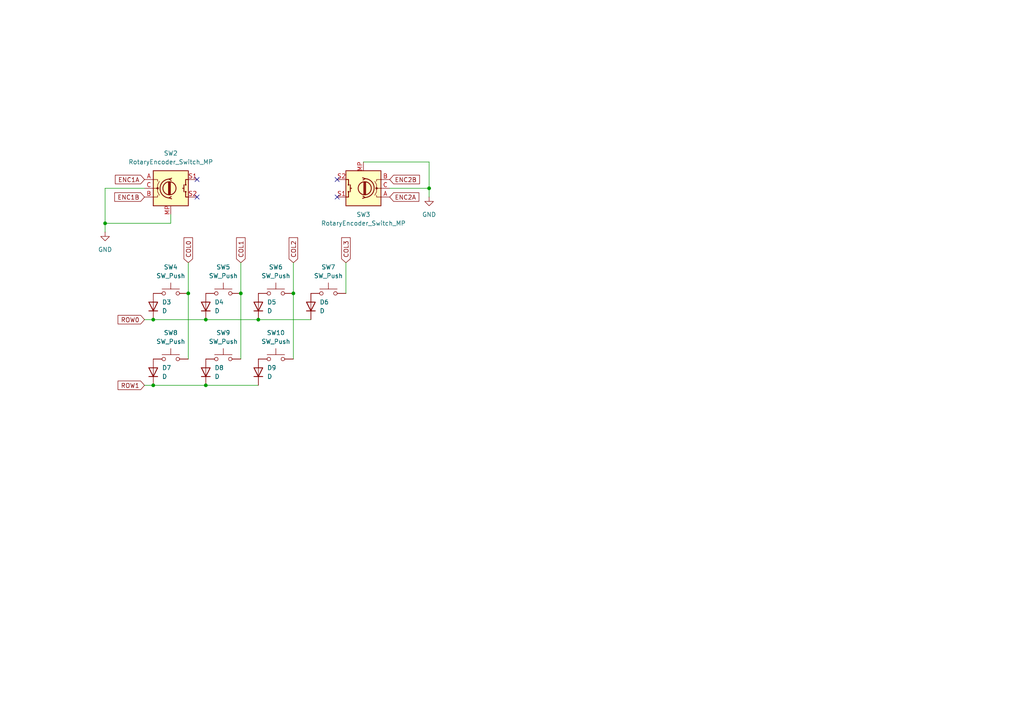
<source format=kicad_sch>
(kicad_sch (version 20231120) (generator "eeschema") (generator_version "8.0")
  (paper "A4")
  (lib_symbols
    (symbol "Device:D" (pin_numbers hide) (pin_names (offset 1.016) hide)
      (property "Reference" "D" (at 0 2.54 0))
      (property "Value" "D" (at 0 -2.54 0))
      (symbol "D_0_1"
        (polyline (pts (xy -1.27 1.27) (xy -1.27 -1.27)) (stroke (width 0.254)))
        (polyline (pts (xy 1.27 0) (xy -1.27 0)))
        (polyline (pts (xy 1.27 1.27) (xy 1.27 -1.27) (xy -1.27 0) (xy 1.27 1.27)) (stroke (width 0.254)))
      )
      (symbol "D_1_1"
        (pin passive line (at -3.81 0 0) (length 2.54) (name "K") (number "1"))
        (pin passive line (at 3.81 0 180) (length 2.54) (name "A") (number "2"))
      )
    )
    (symbol "Device:RotaryEncoder_Switch_MP" (pin_names (offset 0.254) hide)
      (property "Reference" "SW" (at 0 8.89 0))
      (property "Value" "RotaryEncoder_Switch_MP" (at 0 6.35 0))
      (symbol "RotaryEncoder_Switch_MP_0_1"
        (rectangle (start -5.08 5.08) (end 5.08 -5.08) (stroke (width 0.254)) (fill (type background)))
        (circle (center -3.81 0) (radius 0.254) (fill (type outline)))
        (circle (center -0.381 0) (radius 1.905) (stroke (width 0.254)))
        (arc (start -0.381 2.667) (mid -3.0988 -0.0635) (end -0.381 -2.794) (stroke (width 0.254)))
        (polyline (pts (xy -0.635 -1.778) (xy -0.635 1.778)) (stroke (width 0.254)))
        (polyline (pts (xy -0.381 -1.778) (xy -0.381 1.778)) (stroke (width 0.254)))
        (polyline (pts (xy -0.127 1.778) (xy -0.127 -1.778)) (stroke (width 0.254)))
        (polyline (pts (xy 3.81 0) (xy 3.429 0)) (stroke (width 0.254)))
        (polyline (pts (xy 3.81 1.016) (xy 3.81 -1.016)) (stroke (width 0.254)))
        (polyline (pts (xy -5.08 -2.54) (xy -3.81 -2.54) (xy -3.81 -2.032)))
        (polyline (pts (xy -5.08 2.54) (xy -3.81 2.54) (xy -3.81 2.032)))
        (polyline (pts (xy 0.254 -3.048) (xy -0.508 -2.794) (xy 0.127 -2.413)) (stroke (width 0.254)))
        (polyline (pts (xy 0.254 2.921) (xy -0.508 2.667) (xy 0.127 2.286)) (stroke (width 0.254)))
        (polyline (pts (xy 5.08 -2.54) (xy 4.318 -2.54) (xy 4.318 -1.016)) (stroke (width 0.254)))
        (polyline (pts (xy 5.08 2.54) (xy 4.318 2.54) (xy 4.318 1.016)) (stroke (width 0.254)))
        (polyline (pts (xy -5.08 0) (xy -3.81 0) (xy -3.81 -1.016) (xy -3.302 -2.032)))
        (polyline (pts (xy -4.318 0) (xy -3.81 0) (xy -3.81 1.016) (xy -3.302 2.032)))
        (circle (center 4.318 -1.016) (radius 0.127) (stroke (width 0.254)))
        (circle (center 4.318 1.016) (radius 0.127) (stroke (width 0.254)))
      )
      (symbol "RotaryEncoder_Switch_MP_1_1"
        (pin passive line (at -7.62 2.54 0) (length 2.54) (name "A") (number "A"))
        (pin passive line (at -7.62 -2.54 0) (length 2.54) (name "B") (number "B"))
        (pin passive line (at -7.62 0 0) (length 2.54) (name "C") (number "C"))
        (pin passive line (at 0 -7.62 90) (length 2.54) (name "MP") (number "MP"))
        (pin passive line (at 7.62 2.54 180) (length 2.54) (name "S1") (number "S1"))
        (pin passive line (at 7.62 -2.54 180) (length 2.54) (name "S2") (number "S2"))
      )
    )
    (symbol "Switch:SW_Push" (pin_numbers hide) (pin_names (offset 1.016) hide)
      (property "Reference" "SW" (at 1.27 2.54 0))
      (property "Value" "SW_Push" (at 0 -1.524 0))
      (symbol "SW_Push_0_1"
        (circle (center -2.032 0) (radius 0.508))
        (polyline (pts (xy 0 1.27) (xy 0 3.048)))
        (polyline (pts (xy 2.54 1.27) (xy -2.54 1.27)))
        (circle (center 2.032 0) (radius 0.508))
        (pin passive line (at -5.08 0 0) (length 2.54) (name "1") (number "1"))
        (pin passive line (at 5.08 0 180) (length 2.54) (name "2") (number "2"))
      )
    )
    (symbol "power:GND" (power) (pin_numbers hide) (pin_names (offset 0) hide)
      (property "Value" "GND" (at 0 -3.81 0))
      (symbol "GND_0_1"
        (polyline (pts (xy 0 0) (xy 0 -1.27) (xy 1.27 -1.27) (xy 0 -2.54) (xy -1.27 -1.27) (xy 0 -1.27)))
      )
      (symbol "GND_1_1"
        (pin power_in line (at 0 0 270) (length 0) (name "~") (number "1"))
      )
    )
  )
  (junction (at 85.09 85.09))
  (junction (at 69.85 85.09))
  (junction (at 59.69 111.76))
  (junction (at 44.45 111.76))
  (junction (at 74.93 92.71))
  (junction (at 44.45 92.71))
  (junction (at 54.61 85.09))
  (junction (at 30.48 64.77))
  (junction (at 124.46 54.61))
  (junction (at 59.69 92.71))
  (no_connect (at 97.79 57.15))
  (no_connect (at 97.79 52.07))
  (no_connect (at 57.15 57.15))
  (no_connect (at 57.15 52.07))
  (wire (pts (xy 105.41 46.99) (xy 124.46 46.99)))
  (wire (pts (xy 74.93 92.71) (xy 90.17 92.71)))
  (wire (pts (xy 100.33 76.2) (xy 100.33 85.09)))
  (wire (pts (xy 85.09 85.09) (xy 85.09 104.14)))
  (wire (pts (xy 44.45 111.76) (xy 59.69 111.76)))
  (wire (pts (xy 113.03 54.61) (xy 124.46 54.61)))
  (wire (pts (xy 41.91 92.71) (xy 44.45 92.71)))
  (wire (pts (xy 59.69 111.76) (xy 74.93 111.76)))
  (wire (pts (xy 69.85 76.2) (xy 69.85 85.09)))
  (wire (pts (xy 41.91 111.76) (xy 44.45 111.76)))
  (wire (pts (xy 59.69 92.71) (xy 74.93 92.71)))
  (wire (pts (xy 54.61 76.2) (xy 54.61 85.09)))
  (wire (pts (xy 124.46 46.99) (xy 124.46 54.61)))
  (wire (pts (xy 44.45 92.71) (xy 59.69 92.71)))
  (wire (pts (xy 30.48 54.61) (xy 41.91 54.61)))
  (wire (pts (xy 54.61 85.09) (xy 54.61 104.14)))
  (wire (pts (xy 85.09 76.2) (xy 85.09 85.09)))
  (wire (pts (xy 30.48 64.77) (xy 30.48 54.61)))
  (wire (pts (xy 124.46 54.61) (xy 124.46 57.15)))
  (wire (pts (xy 49.53 62.23) (xy 49.53 64.77)))
  (wire (pts (xy 30.48 64.77) (xy 49.53 64.77)))
  (wire (pts (xy 30.48 64.77) (xy 30.48 67.31)))
  (wire (pts (xy 69.85 85.09) (xy 69.85 104.14)))
  (global_label "ROW1" (shape input) (at 41.91 111.76 180) (property "Intersheetrefs" "${INTERSHEET_REFS}" (effects (hide yes))))
  (global_label "ROW0" (shape input) (at 41.91 92.71 180) (property "Intersheetrefs" "${INTERSHEET_REFS}" (effects (hide yes))))
  (global_label "ENC1A" (shape input) (at 41.91 52.07 180) (property "Intersheetrefs" "${INTERSHEET_REFS}" (effects (hide yes))))
  (global_label "COL0" (shape input) (at 54.61 76.2 90) (property "Intersheetrefs" "${INTERSHEET_REFS}" (effects (hide yes))))
  (global_label "ENC2A" (shape input) (at 113.03 57.15 0) (property "Intersheetrefs" "${INTERSHEET_REFS}" (effects (hide yes))))
  (global_label "ENC1B" (shape input) (at 41.91 57.15 180) (property "Intersheetrefs" "${INTERSHEET_REFS}" (effects (hide yes))))
  (global_label "COL1" (shape input) (at 69.85 76.2 90) (property "Intersheetrefs" "${INTERSHEET_REFS}" (effects (hide yes))))
  (global_label "COL2" (shape input) (at 85.09 76.2 90) (property "Intersheetrefs" "${INTERSHEET_REFS}" (effects (hide yes))))
  (global_label "COL3" (shape input) (at 100.33 76.2 90) (property "Intersheetrefs" "${INTERSHEET_REFS}" (effects (hide yes))))
  (global_label "ENC2B" (shape input) (at 113.03 52.07 0) (property "Intersheetrefs" "${INTERSHEET_REFS}" (effects (hide yes))))
  (symbol (lib_id "power:GND") (at 124.46 57.15 0) (unit 1)
    (property "Reference" "#PWR035" (effects (hide yes)))
    (property "Value" "GND" (at 124.46 62.23 0))
    (property "Description" "Power symbol creates a global label with name \"GND\" , ground" (effects (hide yes)))
  )
  (symbol (lib_id "Switch:SW_Push") (at 49.53 85.09 0) (unit 1)
    (property "Reference" "SW4" (at 49.53 77.47 0))
    (property "Value" "SW_Push" (at 49.53 80.01 0))
    (property "Footprint" "PCM_Switch_Keyboard_Hotswap_Kailh:SW_Hotswap_Kailh_MX_1.50u" (effects (hide yes)))
    (property "Description" "Push button switch, generic, two pins" (effects (hide yes)))
  )
  (symbol (lib_id "Switch:SW_Push") (at 64.77 85.09 0) (unit 1)
    (property "Reference" "SW5" (at 64.77 77.47 0))
    (property "Value" "SW_Push" (at 64.77 80.01 0))
    (property "Footprint" "PCM_Switch_Keyboard_Hotswap_Kailh:SW_Hotswap_Kailh_MX_1.50u" (effects (hide yes)))
    (property "Description" "Push button switch, generic, two pins" (effects (hide yes)))
  )
  (symbol (lib_id "Device:D") (at 44.45 107.95 90) (unit 1)
    (property "Reference" "D7" (at 46.99 106.6799 90) (effects (justify right)))
    (property "Value" "D" (at 46.99 109.2199 90) (effects (justify right)))
    (property "Footprint" "Diode_SMD:D_0805_2012Metric" (effects (hide yes)))
    (property "Description" "Diode" (effects (hide yes)))
    (property "Sim.Device" "D" (effects (hide yes)))
    (property "Sim.Pins" "1=K 2=A" (effects (hide yes)))
  )
  (symbol (lib_id "Device:D") (at 59.69 88.9 90) (unit 1)
    (property "Reference" "D4" (at 62.23 87.6299 90) (effects (justify right)))
    (property "Value" "D" (at 62.23 90.1699 90) (effects (justify right)))
    (property "Footprint" "Diode_SMD:D_0805_2012Metric" (effects (hide yes)))
    (property "Description" "Diode" (effects (hide yes)))
    (property "Sim.Device" "D" (effects (hide yes)))
    (property "Sim.Pins" "1=K 2=A" (effects (hide yes)))
  )
  (symbol (lib_id "Switch:SW_Push") (at 80.01 104.14 0) (unit 1)
    (property "Reference" "SW10" (at 80.01 96.52 0))
    (property "Value" "SW_Push" (at 80.01 99.06 0))
    (property "Footprint" "PCM_Switch_Keyboard_Hotswap_Kailh:SW_Hotswap_Kailh_MX_2.25u" (effects (hide yes)))
    (property "Description" "Push button switch, generic, two pins" (effects (hide yes)))
  )
  (symbol (lib_id "Switch:SW_Push") (at 49.53 104.14 0) (unit 1)
    (property "Reference" "SW8" (at 49.53 96.52 0))
    (property "Value" "SW_Push" (at 49.53 99.06 0))
    (property "Footprint" "PCM_Switch_Keyboard_Hotswap_Kailh:SW_Hotswap_Kailh_MX_2.25u" (effects (hide yes)))
    (property "Description" "Push button switch, generic, two pins" (effects (hide yes)))
  )
  (symbol (lib_id "Device:RotaryEncoder_Switch_MP") (at 105.41 54.61 180) (unit 1)
    (property "Reference" "SW3" (at 105.41 62.23 0))
    (property "Value" "RotaryEncoder_Switch_MP" (at 105.41 64.77 0))
    (property "Footprint" "Rotary_Encoder:RotaryEncoder_Alps_EC11E-Switch_Vertical_H20mm" (effects (hide yes)))
    (property "Description" "Rotary encoder, dual channel, incremental quadrate outputs, with switch and MP Pin" (effects (hide yes)))
  )
  (symbol (lib_id "Switch:SW_Push") (at 80.01 85.09 0) (unit 1)
    (property "Reference" "SW6" (at 80.01 77.47 0))
    (property "Value" "SW_Push" (at 80.01 80.01 0))
    (property "Footprint" "PCM_Switch_Keyboard_Hotswap_Kailh:SW_Hotswap_Kailh_MX_1.50u" (effects (hide yes)))
    (property "Description" "Push button switch, generic, two pins" (effects (hide yes)))
  )
  (symbol (lib_id "Device:D") (at 74.93 88.9 90) (unit 1)
    (property "Reference" "D5" (at 77.47 87.6299 90) (effects (justify right)))
    (property "Value" "D" (at 77.47 90.1699 90) (effects (justify right)))
    (property "Footprint" "Diode_SMD:D_0805_2012Metric" (effects (hide yes)))
    (property "Description" "Diode" (effects (hide yes)))
    (property "Sim.Device" "D" (effects (hide yes)))
    (property "Sim.Pins" "1=K 2=A" (effects (hide yes)))
  )
  (symbol (lib_id "Device:RotaryEncoder_Switch_MP") (at 49.53 54.61 0) (unit 1)
    (property "Reference" "SW2" (at 49.53 44.45 0))
    (property "Value" "RotaryEncoder_Switch_MP" (at 49.53 46.99 0))
    (property "Footprint" "Rotary_Encoder:RotaryEncoder_Alps_EC11E-Switch_Vertical_H20mm" (effects (hide yes)))
    (property "Description" "Rotary encoder, dual channel, incremental quadrate outputs, with switch and MP Pin" (effects (hide yes)))
  )
  (symbol (lib_id "power:GND") (at 30.48 67.31 0) (unit 1)
    (property "Reference" "#PWR034" (effects (hide yes)))
    (property "Value" "GND" (at 30.48 72.39 0))
    (property "Description" "Power symbol creates a global label with name \"GND\" , ground" (effects (hide yes)))
  )
  (symbol (lib_id "Device:D") (at 90.17 88.9 90) (unit 1)
    (property "Reference" "D6" (at 92.71 87.6299 90) (effects (justify right)))
    (property "Value" "D" (at 92.71 90.1699 90) (effects (justify right)))
    (property "Footprint" "Diode_SMD:D_0805_2012Metric" (effects (hide yes)))
    (property "Description" "Diode" (effects (hide yes)))
    (property "Sim.Device" "D" (effects (hide yes)))
    (property "Sim.Pins" "1=K 2=A" (effects (hide yes)))
  )
  (symbol (lib_id "Switch:SW_Push") (at 64.77 104.14 0) (unit 1)
    (property "Reference" "SW9" (at 64.77 96.52 0))
    (property "Value" "SW_Push" (at 64.77 99.06 0))
    (property "Footprint" "PCM_Switch_Keyboard_Hotswap_Kailh:SW_Hotswap_Kailh_MX_1.00u" (effects (hide yes)))
    (property "Description" "Push button switch, generic, two pins" (effects (hide yes)))
  )
  (symbol (lib_id "Device:D") (at 74.93 107.95 90) (unit 1)
    (property "Reference" "D9" (at 77.47 106.6799 90) (effects (justify right)))
    (property "Value" "D" (at 77.47 109.2199 90) (effects (justify right)))
    (property "Footprint" "Diode_SMD:D_0805_2012Metric" (effects (hide yes)))
    (property "Description" "Diode" (effects (hide yes)))
    (property "Sim.Device" "D" (effects (hide yes)))
    (property "Sim.Pins" "1=K 2=A" (effects (hide yes)))
  )
  (symbol (lib_id "Switch:SW_Push") (at 95.25 85.09 0) (unit 1)
    (property "Reference" "SW7" (at 95.25 77.47 0))
    (property "Value" "SW_Push" (at 95.25 80.01 0))
    (property "Footprint" "PCM_Switch_Keyboard_Hotswap_Kailh:SW_Hotswap_Kailh_MX_1.50u" (effects (hide yes)))
    (property "Description" "Push button switch, generic, two pins" (effects (hide yes)))
  )
  (symbol (lib_id "Device:D") (at 59.69 107.95 90) (unit 1)
    (property "Reference" "D8" (at 62.23 106.6799 90) (effects (justify right)))
    (property "Value" "D" (at 62.23 109.2199 90) (effects (justify right)))
    (property "Footprint" "Diode_SMD:D_0805_2012Metric" (effects (hide yes)))
    (property "Description" "Diode" (effects (hide yes)))
    (property "Sim.Device" "D" (effects (hide yes)))
    (property "Sim.Pins" "1=K 2=A" (effects (hide yes)))
  )
  (symbol (lib_id "Device:D") (at 44.45 88.9 90) (unit 1)
    (property "Reference" "D3" (at 46.99 87.6299 90) (effects (justify right)))
    (property "Value" "D" (at 46.99 90.1699 90) (effects (justify right)))
    (property "Footprint" "Diode_SMD:D_0805_2012Metric" (effects (hide yes)))
    (property "Description" "Diode" (effects (hide yes)))
    (property "Sim.Device" "D" (effects (hide yes)))
    (property "Sim.Pins" "1=K 2=A" (effects (hide yes)))
  )
)
</source>
